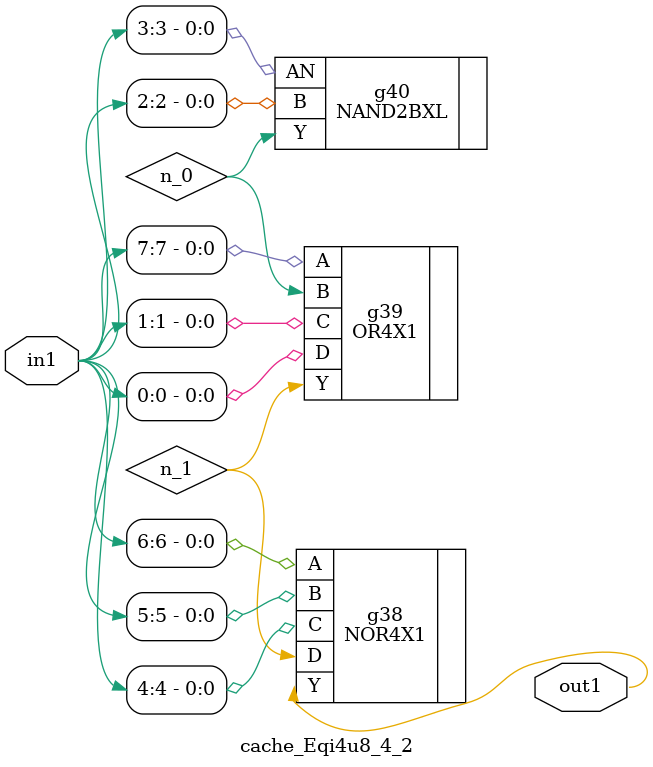
<source format=v>
`timescale 1ps / 1ps


module cache_Eqi4u8_4_2(in1, out1);
  input [7:0] in1;
  output out1;
  wire [7:0] in1;
  wire out1;
  wire n_0, n_1;
  NOR4X1 g38(.A (in1[6]), .B (in1[5]), .C (in1[4]), .D (n_1), .Y
       (out1));
  OR4X1 g39(.A (in1[7]), .B (n_0), .C (in1[1]), .D (in1[0]), .Y (n_1));
  NAND2BXL g40(.AN (in1[3]), .B (in1[2]), .Y (n_0));
endmodule



</source>
